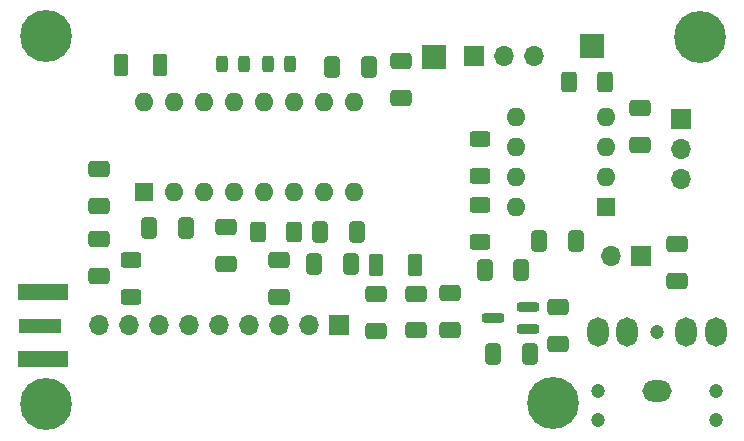
<source format=gbr>
%TF.GenerationSoftware,KiCad,Pcbnew,8.99.0-unknown-8e286d44fc~178~ubuntu22.04.1*%
%TF.CreationDate,2024-05-23T21:37:30+05:30*%
%TF.ProjectId,BoB,426f422e-6b69-4636-9164-5f7063625858,rev?*%
%TF.SameCoordinates,Original*%
%TF.FileFunction,Soldermask,Top*%
%TF.FilePolarity,Negative*%
%FSLAX46Y46*%
G04 Gerber Fmt 4.6, Leading zero omitted, Abs format (unit mm)*
G04 Created by KiCad (PCBNEW 8.99.0-unknown-8e286d44fc~178~ubuntu22.04.1) date 2024-05-23 21:37:30*
%MOMM*%
%LPD*%
G01*
G04 APERTURE LIST*
G04 Aperture macros list*
%AMRoundRect*
0 Rectangle with rounded corners*
0 $1 Rounding radius*
0 $2 $3 $4 $5 $6 $7 $8 $9 X,Y pos of 4 corners*
0 Add a 4 corners polygon primitive as box body*
4,1,4,$2,$3,$4,$5,$6,$7,$8,$9,$2,$3,0*
0 Add four circle primitives for the rounded corners*
1,1,$1+$1,$2,$3*
1,1,$1+$1,$4,$5*
1,1,$1+$1,$6,$7*
1,1,$1+$1,$8,$9*
0 Add four rect primitives between the rounded corners*
20,1,$1+$1,$2,$3,$4,$5,0*
20,1,$1+$1,$4,$5,$6,$7,0*
20,1,$1+$1,$6,$7,$8,$9,0*
20,1,$1+$1,$8,$9,$2,$3,0*%
G04 Aperture macros list end*
%ADD10R,1.700000X1.700000*%
%ADD11O,1.700000X1.700000*%
%ADD12R,2.000000X2.000000*%
%ADD13RoundRect,0.243750X-0.243750X-0.456250X0.243750X-0.456250X0.243750X0.456250X-0.243750X0.456250X0*%
%ADD14RoundRect,0.250000X-0.650000X0.412500X-0.650000X-0.412500X0.650000X-0.412500X0.650000X0.412500X0*%
%ADD15RoundRect,0.250000X0.650000X-0.412500X0.650000X0.412500X-0.650000X0.412500X-0.650000X-0.412500X0*%
%ADD16RoundRect,0.250000X-0.412500X-0.650000X0.412500X-0.650000X0.412500X0.650000X-0.412500X0.650000X0*%
%ADD17RoundRect,0.250000X-0.362500X-0.700000X0.362500X-0.700000X0.362500X0.700000X-0.362500X0.700000X0*%
%ADD18RoundRect,0.250000X0.412500X0.650000X-0.412500X0.650000X-0.412500X-0.650000X0.412500X-0.650000X0*%
%ADD19RoundRect,0.250000X-0.400000X-0.625000X0.400000X-0.625000X0.400000X0.625000X-0.400000X0.625000X0*%
%ADD20C,4.400000*%
%ADD21RoundRect,0.250000X-0.625000X0.400000X-0.625000X-0.400000X0.625000X-0.400000X0.625000X0.400000X0*%
%ADD22RoundRect,0.250000X0.625000X-0.400000X0.625000X0.400000X-0.625000X0.400000X-0.625000X-0.400000X0*%
%ADD23RoundRect,0.250000X0.400000X0.625000X-0.400000X0.625000X-0.400000X-0.625000X0.400000X-0.625000X0*%
%ADD24R,3.600000X1.270000*%
%ADD25R,4.200000X1.350000*%
%ADD26RoundRect,0.200000X0.750000X0.200000X-0.750000X0.200000X-0.750000X-0.200000X0.750000X-0.200000X0*%
%ADD27RoundRect,0.243750X0.243750X0.456250X-0.243750X0.456250X-0.243750X-0.456250X0.243750X-0.456250X0*%
%ADD28R,1.600000X1.600000*%
%ADD29O,1.600000X1.600000*%
%ADD30C,1.200000*%
%ADD31O,1.800000X2.500000*%
%ADD32O,2.500000X1.800000*%
G04 APERTURE END LIST*
D10*
%TO.C,GAIN1*%
X101410000Y-52890000D03*
D11*
X101410000Y-55430000D03*
X101410000Y-57970000D03*
%TD*%
D12*
%TO.C,TP1*%
X80460000Y-47660000D03*
%TD*%
D13*
%TO.C,D8*%
X66435000Y-48278000D03*
X68310000Y-48278000D03*
%TD*%
D14*
%TO.C,C5*%
X75612000Y-67733000D03*
X75612000Y-70858000D03*
%TD*%
D10*
%TO.C,RV1*%
X83900000Y-47590000D03*
D11*
X86440000Y-47590000D03*
X88980000Y-47590000D03*
%TD*%
D10*
%TO.C,J2*%
X98044000Y-64516000D03*
D11*
X95504000Y-64516000D03*
%TD*%
D15*
%TO.C,C8*%
X77710000Y-51102500D03*
X77710000Y-47977500D03*
%TD*%
D16*
%TO.C,C10*%
X56379500Y-62138000D03*
X59504500Y-62138000D03*
%TD*%
D17*
%TO.C,L1*%
X54009500Y-48338000D03*
X57334500Y-48338000D03*
%TD*%
D15*
%TO.C,C11*%
X52137000Y-60308000D03*
X52137000Y-57183000D03*
%TD*%
D18*
%TO.C,C6*%
X73462000Y-65208000D03*
X70337000Y-65208000D03*
%TD*%
D19*
%TO.C,R14*%
X65580000Y-62506000D03*
X68680000Y-62506000D03*
%TD*%
D18*
%TO.C,C9*%
X73991000Y-62506000D03*
X70866000Y-62506000D03*
%TD*%
D20*
%TO.C,H2*%
X90600000Y-76984000D03*
%TD*%
%TO.C,H4*%
X47649274Y-77087274D03*
%TD*%
D14*
%TO.C,C3*%
X78937000Y-67695500D03*
X78937000Y-70820500D03*
%TD*%
D20*
%TO.C,H1*%
X47649274Y-45892726D03*
%TD*%
D18*
%TO.C,C19*%
X87900000Y-65730000D03*
X84775000Y-65730000D03*
%TD*%
D17*
%TO.C,L2*%
X75599500Y-65258000D03*
X78924500Y-65258000D03*
%TD*%
D10*
%TO.C,JP1*%
X72438000Y-70380000D03*
D11*
X69898000Y-70380000D03*
X67358000Y-70380000D03*
X64818000Y-70380000D03*
X62278000Y-70380000D03*
X59738000Y-70380000D03*
X57198000Y-70380000D03*
X54658000Y-70380000D03*
X52118000Y-70380000D03*
%TD*%
D16*
%TO.C,C12*%
X89377000Y-63243000D03*
X92502000Y-63243000D03*
%TD*%
D15*
%TO.C,C2*%
X97942000Y-55132500D03*
X97942000Y-52007500D03*
%TD*%
D14*
%TO.C,C13*%
X91012000Y-68815500D03*
X91012000Y-71940500D03*
%TD*%
D12*
%TO.C,TP2*%
X93878000Y-46712000D03*
%TD*%
D14*
%TO.C,C17*%
X52112000Y-63045500D03*
X52112000Y-66170500D03*
%TD*%
%TO.C,C21*%
X67387000Y-64820500D03*
X67387000Y-67945500D03*
%TD*%
%TO.C,C16*%
X62890000Y-62030000D03*
X62890000Y-65155000D03*
%TD*%
D21*
%TO.C,R13*%
X54872000Y-64848000D03*
X54872000Y-67948000D03*
%TD*%
D22*
%TO.C,R1*%
X84376000Y-63294000D03*
X84376000Y-60194000D03*
%TD*%
D23*
%TO.C,Rin1*%
X95000000Y-49778000D03*
X91900000Y-49778000D03*
%TD*%
D24*
%TO.C,J1*%
X47152000Y-70428000D03*
D25*
X47352000Y-67603000D03*
X47352000Y-73253000D03*
%TD*%
D20*
%TO.C,H3*%
X103046000Y-45996000D03*
%TD*%
D18*
%TO.C,C1*%
X74968500Y-48514000D03*
X71843500Y-48514000D03*
%TD*%
D22*
%TO.C,R2*%
X84376000Y-57706000D03*
X84376000Y-54606000D03*
%TD*%
D26*
%TO.C,U4*%
X88470000Y-70730000D03*
X88470000Y-68830000D03*
X85470000Y-69780000D03*
%TD*%
D27*
%TO.C,D7*%
X64419500Y-48258000D03*
X62544500Y-48258000D03*
%TD*%
D16*
%TO.C,C18*%
X85480000Y-72840000D03*
X88605000Y-72840000D03*
%TD*%
D14*
%TO.C,C4*%
X81840000Y-67685000D03*
X81840000Y-70810000D03*
%TD*%
%TO.C,C14*%
X101092000Y-63500000D03*
X101092000Y-66625000D03*
%TD*%
D28*
%TO.C,U1*%
X55922000Y-59068000D03*
D29*
X58462000Y-59068000D03*
X61002000Y-59068000D03*
X63542000Y-59068000D03*
X66082000Y-59068000D03*
X68622000Y-59068000D03*
X71162000Y-59068000D03*
X73702000Y-59068000D03*
X73702000Y-51448000D03*
X71162000Y-51448000D03*
X68622000Y-51448000D03*
X66082000Y-51448000D03*
X63542000Y-51448000D03*
X61002000Y-51448000D03*
X58462000Y-51448000D03*
X55922000Y-51448000D03*
%TD*%
D30*
%TO.C,SPK1*%
X94362000Y-78420000D03*
X104362000Y-78420000D03*
X94362000Y-75920000D03*
X104362000Y-75920000D03*
X99362000Y-70920000D03*
D31*
X94362000Y-70920000D03*
X96862000Y-70920000D03*
D32*
X99362000Y-75920000D03*
D31*
X104362000Y-70920000D03*
X101862000Y-70920000D03*
%TD*%
D28*
%TO.C,U2*%
X95062000Y-60343000D03*
D29*
X95062000Y-57803000D03*
X95062000Y-55263000D03*
X95062000Y-52723000D03*
X87442000Y-52723000D03*
X87442000Y-55263000D03*
X87442000Y-57803000D03*
X87442000Y-60343000D03*
%TD*%
M02*

</source>
